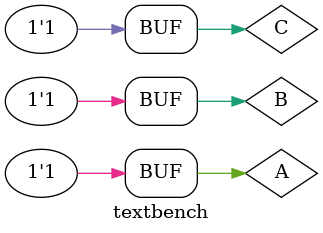
<source format=v>
`timescale 1ns / 1ps


module textbench(
    );
    reg A,B,C;
    
    initial begin
      A=1'b0;
      #10 A=1'b1;
      #20 A=1'b0;
      #30 A=1'b1;
    end
    
    initial begin
        B=1'b0;
        #5 B=1'b1;
        #10 B=1'b0;
        #25 B=1'b1;
    end
    
    initial begin
        C=1'b1;
        #15 C=1'b0;
        #20 C=1'b1; 
    end
   
endmodule

</source>
